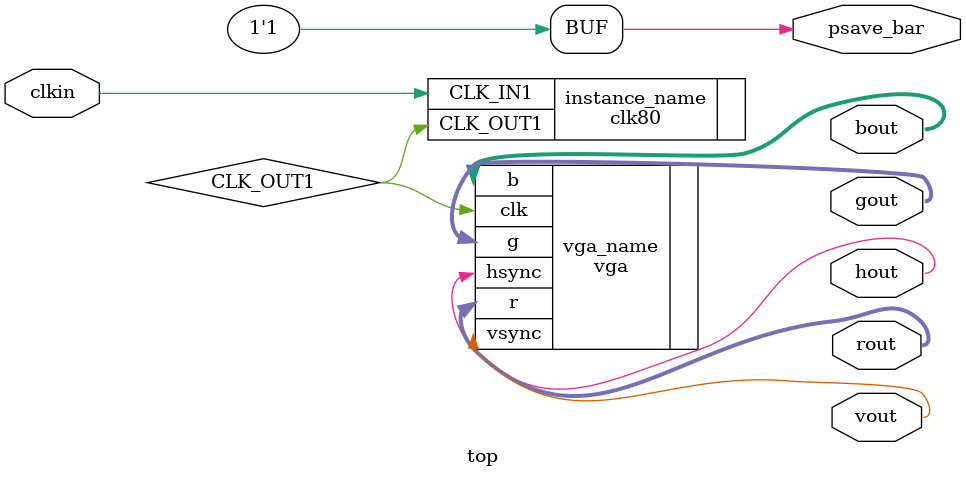
<source format=v>
`timescale 1ns / 1ps
module top(clkin,hout,vout,rout,gout,bout,psave_bar);
input clkin;
output hout,vout,psave_bar;
output [5:0] rout,gout,bout;

wire a;
assign psave_bar = 1;

clk80 instance_name
   (// Clock in ports
    .CLK_IN1(clkin),      // IN
    // Clock out ports
    .CLK_OUT1(CLK_OUT1)     // OUT
    // Status and control signals
    ); 
vga vga_name(.clk(CLK_OUT1),.hsync(hout),.vsync(vout),.r(rout),.g(gout),.b(bout));
endmodule

</source>
